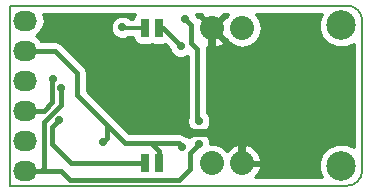
<source format=gbr>
G04 #@! TF.FileFunction,Copper,L2,Bot,Signal*
%FSLAX46Y46*%
G04 Gerber Fmt 4.6, Leading zero omitted, Abs format (unit mm)*
G04 Created by KiCad (PCBNEW 4.0.4-stable) date 02/22/17 18:27:42*
%MOMM*%
%LPD*%
G01*
G04 APERTURE LIST*
%ADD10C,0.100000*%
%ADD11C,0.150000*%
%ADD12C,2.500000*%
%ADD13R,0.762000X1.524000*%
%ADD14C,2.032000*%
%ADD15O,2.032000X2.032000*%
%ADD16O,2.032000X1.727200*%
%ADD17C,0.700000*%
%ADD18C,1.000000*%
%ADD19C,0.304800*%
%ADD20C,0.635000*%
%ADD21C,0.381000*%
%ADD22C,0.254000*%
G04 APERTURE END LIST*
D10*
D11*
X163830000Y-70485000D02*
X135255000Y-70485000D01*
X165100000Y-69215000D02*
X165100000Y-56515000D01*
X163830000Y-55245000D02*
X137160000Y-55245000D01*
X165100000Y-56515000D02*
G75*
G03X163830000Y-55245000I-1270000J0D01*
G01*
X163830000Y-70485000D02*
G75*
G03X165100000Y-69215000I0J1270000D01*
G01*
X137160000Y-55245000D02*
X135255000Y-55245000D01*
X135255000Y-55245000D02*
X135255000Y-70485000D01*
D12*
X163322000Y-56896000D03*
X163322000Y-68834000D03*
D13*
X146720000Y-68580000D03*
X147920000Y-68580000D03*
X147920000Y-57150000D03*
X146720000Y-57150000D03*
D14*
X152400000Y-57150000D03*
D15*
X154940000Y-57150000D03*
D14*
X152400000Y-68580000D03*
D15*
X154940000Y-68580000D03*
D16*
X136525000Y-69215000D03*
X136525000Y-66675000D03*
X136525000Y-64135000D03*
X136525000Y-61595000D03*
X136525000Y-59055000D03*
X136525000Y-56515000D03*
D17*
X143192500Y-62865000D03*
D18*
X155067000Y-63817500D03*
X150431500Y-66040000D03*
D17*
X139446000Y-64897000D03*
X149860000Y-67183000D03*
X143129000Y-66802000D03*
X149733000Y-58674000D03*
X144780000Y-57086500D03*
X151257000Y-65024000D03*
X151257000Y-66929000D03*
X150114000Y-56388000D03*
X139573000Y-62230000D03*
X138938000Y-61468000D03*
D19*
X150431500Y-66040000D02*
X150431500Y-65849500D01*
D20*
X145351500Y-65024000D02*
X143192500Y-62865000D01*
X149606000Y-65024000D02*
X145351500Y-65024000D01*
X150431500Y-65849500D02*
X149606000Y-65024000D01*
X152400000Y-61150500D02*
X152400000Y-57150000D01*
X155067000Y-63817500D02*
X152400000Y-61150500D01*
X154940000Y-68580000D02*
X154940000Y-66865500D01*
X154114500Y-66040000D02*
X150431500Y-66040000D01*
X154940000Y-66865500D02*
X154114500Y-66040000D01*
D21*
X139446000Y-64897000D02*
X138811000Y-65532000D01*
X138811000Y-66929000D02*
X139319000Y-67437000D01*
X138811000Y-65532000D02*
X138811000Y-66929000D01*
D19*
X139065000Y-65278000D02*
X139446000Y-64897000D01*
D21*
X142367000Y-68580000D02*
X140462000Y-68580000D01*
X140462000Y-68580000D02*
X139319000Y-67437000D01*
X146720000Y-68580000D02*
X143383000Y-68580000D01*
X142367000Y-68580000D02*
X143383000Y-68580000D01*
D19*
X139319000Y-67437000D02*
X139065000Y-67183000D01*
D21*
X149860000Y-67183000D02*
X149542500Y-66865500D01*
X149542500Y-66865500D02*
X147193000Y-66865500D01*
X138176000Y-59055000D02*
X139065000Y-59055000D01*
X139065000Y-59055000D02*
X140970000Y-60960000D01*
X140970000Y-60960000D02*
X140970000Y-62801500D01*
X138176000Y-59055000D02*
X136525000Y-59055000D01*
D19*
X137160000Y-59055000D02*
X138176000Y-59055000D01*
D21*
X143129000Y-66802000D02*
X143510000Y-66421000D01*
X143510000Y-66421000D02*
X143510000Y-65341500D01*
X147920000Y-67592500D02*
X147920000Y-68580000D01*
X147193000Y-66865500D02*
X147920000Y-67592500D01*
X145034000Y-66865500D02*
X147193000Y-66865500D01*
X140970000Y-62801500D02*
X143510000Y-65341500D01*
X143510000Y-65341500D02*
X145034000Y-66865500D01*
D19*
X147920000Y-68227500D02*
X147920000Y-68580000D01*
D21*
X149733000Y-58674000D02*
X148209000Y-57150000D01*
X148209000Y-57150000D02*
X147920000Y-57150000D01*
D19*
X144843500Y-57150000D02*
X146720000Y-57150000D01*
X144780000Y-57086500D02*
X144843500Y-57150000D01*
D21*
X139573000Y-69215000D02*
X140335000Y-69977000D01*
X140335000Y-69977000D02*
X149606000Y-69977000D01*
X149606000Y-69977000D02*
X150495000Y-69088000D01*
X150495000Y-69088000D02*
X150495000Y-67691000D01*
X150495000Y-67691000D02*
X151257000Y-66929000D01*
X136525000Y-69215000D02*
X139573000Y-69215000D01*
X150622000Y-56896000D02*
X150114000Y-56388000D01*
X150622000Y-58420000D02*
X150622000Y-56896000D01*
X151130000Y-58928000D02*
X150622000Y-58420000D01*
X151130000Y-64897000D02*
X151130000Y-58928000D01*
D19*
X151257000Y-65024000D02*
X151130000Y-64897000D01*
D21*
X139573000Y-63119000D02*
X139573000Y-63690500D01*
X139573000Y-62230000D02*
X139573000Y-63119000D01*
D19*
X138176000Y-69024500D02*
X137985500Y-69215000D01*
D21*
X138176000Y-65087500D02*
X138176000Y-69024500D01*
X139573000Y-63690500D02*
X138176000Y-65087500D01*
D19*
X137985500Y-69215000D02*
X137160000Y-69215000D01*
D21*
X137922000Y-64135000D02*
X136525000Y-64135000D01*
X138842750Y-61563250D02*
X138842750Y-63404750D01*
D19*
X138938000Y-61468000D02*
X138842750Y-61563250D01*
D21*
X138842750Y-63404750D02*
X138112500Y-64135000D01*
X138112500Y-64135000D02*
X137922000Y-64135000D01*
D19*
X137922000Y-64135000D02*
X137160000Y-64135000D01*
D22*
G36*
X151415498Y-55985893D02*
X152400000Y-56970395D01*
X153384502Y-55985893D01*
X153372925Y-55955000D01*
X153769374Y-55955000D01*
X153615785Y-56184863D01*
X153564107Y-56165498D01*
X152579605Y-57150000D01*
X153564107Y-58134502D01*
X153615785Y-58115137D01*
X153772567Y-58349778D01*
X154308190Y-58707670D01*
X154940000Y-58833345D01*
X155571810Y-58707670D01*
X156107433Y-58349778D01*
X156465325Y-57814155D01*
X156591000Y-57182345D01*
X156591000Y-57117655D01*
X156465325Y-56485845D01*
X156110626Y-55955000D01*
X161671690Y-55955000D01*
X161437328Y-56519405D01*
X161436674Y-57269305D01*
X161723043Y-57962372D01*
X162252839Y-58493093D01*
X162945405Y-58780672D01*
X163695305Y-58781326D01*
X164388372Y-58494957D01*
X164390000Y-58493332D01*
X164390000Y-67236425D01*
X163698595Y-66949328D01*
X162948695Y-66948674D01*
X162255628Y-67235043D01*
X161724907Y-67764839D01*
X161437328Y-68457405D01*
X161436674Y-69207305D01*
X161671240Y-69775000D01*
X156032787Y-69775000D01*
X156277188Y-69548379D01*
X156545983Y-68962946D01*
X156427367Y-68707000D01*
X155067000Y-68707000D01*
X155067000Y-68727000D01*
X154813000Y-68727000D01*
X154813000Y-68707000D01*
X154793000Y-68707000D01*
X154793000Y-68453000D01*
X154813000Y-68453000D01*
X154813000Y-67093164D01*
X155067000Y-67093164D01*
X155067000Y-68453000D01*
X156427367Y-68453000D01*
X156545983Y-68197054D01*
X156277188Y-67611621D01*
X155804818Y-67173615D01*
X155322944Y-66974025D01*
X155067000Y-67093164D01*
X154813000Y-67093164D01*
X154557056Y-66974025D01*
X154075182Y-67173615D01*
X153687631Y-67532973D01*
X153336437Y-67181166D01*
X152729845Y-66929287D01*
X152242000Y-66928861D01*
X152242170Y-66733931D01*
X152092529Y-66371771D01*
X151815686Y-66094445D01*
X151531390Y-65976395D01*
X151814229Y-65859529D01*
X152091555Y-65582686D01*
X152241828Y-65220788D01*
X152242170Y-64828931D01*
X152092529Y-64466771D01*
X151955500Y-64329503D01*
X151955500Y-58928000D01*
X151916451Y-58731688D01*
X152131642Y-58811816D01*
X152788019Y-58788014D01*
X153283880Y-58582622D01*
X153384502Y-58314107D01*
X152400000Y-57329605D01*
X152385858Y-57343748D01*
X152206253Y-57164143D01*
X152220395Y-57150000D01*
X151235893Y-56165498D01*
X151107169Y-56213736D01*
X151099159Y-56205726D01*
X151099170Y-56192931D01*
X151000859Y-55955000D01*
X151427075Y-55955000D01*
X151415498Y-55985893D01*
X151415498Y-55985893D01*
G37*
X151415498Y-55985893D02*
X152400000Y-56970395D01*
X153384502Y-55985893D01*
X153372925Y-55955000D01*
X153769374Y-55955000D01*
X153615785Y-56184863D01*
X153564107Y-56165498D01*
X152579605Y-57150000D01*
X153564107Y-58134502D01*
X153615785Y-58115137D01*
X153772567Y-58349778D01*
X154308190Y-58707670D01*
X154940000Y-58833345D01*
X155571810Y-58707670D01*
X156107433Y-58349778D01*
X156465325Y-57814155D01*
X156591000Y-57182345D01*
X156591000Y-57117655D01*
X156465325Y-56485845D01*
X156110626Y-55955000D01*
X161671690Y-55955000D01*
X161437328Y-56519405D01*
X161436674Y-57269305D01*
X161723043Y-57962372D01*
X162252839Y-58493093D01*
X162945405Y-58780672D01*
X163695305Y-58781326D01*
X164388372Y-58494957D01*
X164390000Y-58493332D01*
X164390000Y-67236425D01*
X163698595Y-66949328D01*
X162948695Y-66948674D01*
X162255628Y-67235043D01*
X161724907Y-67764839D01*
X161437328Y-68457405D01*
X161436674Y-69207305D01*
X161671240Y-69775000D01*
X156032787Y-69775000D01*
X156277188Y-69548379D01*
X156545983Y-68962946D01*
X156427367Y-68707000D01*
X155067000Y-68707000D01*
X155067000Y-68727000D01*
X154813000Y-68727000D01*
X154813000Y-68707000D01*
X154793000Y-68707000D01*
X154793000Y-68453000D01*
X154813000Y-68453000D01*
X154813000Y-67093164D01*
X155067000Y-67093164D01*
X155067000Y-68453000D01*
X156427367Y-68453000D01*
X156545983Y-68197054D01*
X156277188Y-67611621D01*
X155804818Y-67173615D01*
X155322944Y-66974025D01*
X155067000Y-67093164D01*
X154813000Y-67093164D01*
X154557056Y-66974025D01*
X154075182Y-67173615D01*
X153687631Y-67532973D01*
X153336437Y-67181166D01*
X152729845Y-66929287D01*
X152242000Y-66928861D01*
X152242170Y-66733931D01*
X152092529Y-66371771D01*
X151815686Y-66094445D01*
X151531390Y-65976395D01*
X151814229Y-65859529D01*
X152091555Y-65582686D01*
X152241828Y-65220788D01*
X152242170Y-64828931D01*
X152092529Y-64466771D01*
X151955500Y-64329503D01*
X151955500Y-58928000D01*
X151916451Y-58731688D01*
X152131642Y-58811816D01*
X152788019Y-58788014D01*
X153283880Y-58582622D01*
X153384502Y-58314107D01*
X152400000Y-57329605D01*
X152385858Y-57343748D01*
X152206253Y-57164143D01*
X152220395Y-57150000D01*
X151235893Y-56165498D01*
X151107169Y-56213736D01*
X151099159Y-56205726D01*
X151099170Y-56192931D01*
X151000859Y-55955000D01*
X151427075Y-55955000D01*
X151415498Y-55985893D01*
G36*
X145742569Y-56136110D02*
X145696704Y-56362600D01*
X145449148Y-56362600D01*
X145338686Y-56251945D01*
X144976788Y-56101672D01*
X144584931Y-56101330D01*
X144222771Y-56250971D01*
X143945445Y-56527814D01*
X143795172Y-56889712D01*
X143794830Y-57281569D01*
X143944471Y-57643729D01*
X144221314Y-57921055D01*
X144583212Y-58071328D01*
X144975069Y-58071670D01*
X145300028Y-57937400D01*
X145696339Y-57937400D01*
X145735838Y-58147317D01*
X145874910Y-58363441D01*
X146087110Y-58508431D01*
X146339000Y-58559440D01*
X147101000Y-58559440D01*
X147328040Y-58516719D01*
X147539000Y-58559440D01*
X148301000Y-58559440D01*
X148427251Y-58535684D01*
X148747841Y-58856274D01*
X148747830Y-58869069D01*
X148897471Y-59231229D01*
X149174314Y-59508555D01*
X149536212Y-59658828D01*
X149928069Y-59659170D01*
X150290229Y-59509529D01*
X150304500Y-59495283D01*
X150304500Y-64749357D01*
X150272172Y-64827212D01*
X150271830Y-65219069D01*
X150421471Y-65581229D01*
X150698314Y-65858555D01*
X150982610Y-65976605D01*
X150699771Y-66093471D01*
X150431497Y-66361278D01*
X150418686Y-66348445D01*
X150056788Y-66198172D01*
X150001012Y-66198123D01*
X149858406Y-66102837D01*
X149542500Y-66040000D01*
X145375933Y-66040000D01*
X144093717Y-64757783D01*
X144093714Y-64757781D01*
X141795500Y-62459566D01*
X141795500Y-60960005D01*
X141795501Y-60960000D01*
X141732663Y-60644095D01*
X141553717Y-60376283D01*
X139648717Y-58471283D01*
X139380906Y-58292337D01*
X139065000Y-58229500D01*
X137925883Y-58229500D01*
X137769415Y-57995330D01*
X137454634Y-57785000D01*
X137769415Y-57574670D01*
X138094271Y-57088489D01*
X138208345Y-56515000D01*
X138096954Y-55955000D01*
X145866316Y-55955000D01*
X145742569Y-56136110D01*
X145742569Y-56136110D01*
G37*
X145742569Y-56136110D02*
X145696704Y-56362600D01*
X145449148Y-56362600D01*
X145338686Y-56251945D01*
X144976788Y-56101672D01*
X144584931Y-56101330D01*
X144222771Y-56250971D01*
X143945445Y-56527814D01*
X143795172Y-56889712D01*
X143794830Y-57281569D01*
X143944471Y-57643729D01*
X144221314Y-57921055D01*
X144583212Y-58071328D01*
X144975069Y-58071670D01*
X145300028Y-57937400D01*
X145696339Y-57937400D01*
X145735838Y-58147317D01*
X145874910Y-58363441D01*
X146087110Y-58508431D01*
X146339000Y-58559440D01*
X147101000Y-58559440D01*
X147328040Y-58516719D01*
X147539000Y-58559440D01*
X148301000Y-58559440D01*
X148427251Y-58535684D01*
X148747841Y-58856274D01*
X148747830Y-58869069D01*
X148897471Y-59231229D01*
X149174314Y-59508555D01*
X149536212Y-59658828D01*
X149928069Y-59659170D01*
X150290229Y-59509529D01*
X150304500Y-59495283D01*
X150304500Y-64749357D01*
X150272172Y-64827212D01*
X150271830Y-65219069D01*
X150421471Y-65581229D01*
X150698314Y-65858555D01*
X150982610Y-65976605D01*
X150699771Y-66093471D01*
X150431497Y-66361278D01*
X150418686Y-66348445D01*
X150056788Y-66198172D01*
X150001012Y-66198123D01*
X149858406Y-66102837D01*
X149542500Y-66040000D01*
X145375933Y-66040000D01*
X144093717Y-64757783D01*
X144093714Y-64757781D01*
X141795500Y-62459566D01*
X141795500Y-60960005D01*
X141795501Y-60960000D01*
X141732663Y-60644095D01*
X141553717Y-60376283D01*
X139648717Y-58471283D01*
X139380906Y-58292337D01*
X139065000Y-58229500D01*
X137925883Y-58229500D01*
X137769415Y-57995330D01*
X137454634Y-57785000D01*
X137769415Y-57574670D01*
X138094271Y-57088489D01*
X138208345Y-56515000D01*
X138096954Y-55955000D01*
X145866316Y-55955000D01*
X145742569Y-56136110D01*
G36*
X136652000Y-61468000D02*
X136672000Y-61468000D01*
X136672000Y-61722000D01*
X136652000Y-61722000D01*
X136652000Y-61742000D01*
X136398000Y-61742000D01*
X136398000Y-61722000D01*
X136378000Y-61722000D01*
X136378000Y-61468000D01*
X136398000Y-61468000D01*
X136398000Y-61448000D01*
X136652000Y-61448000D01*
X136652000Y-61468000D01*
X136652000Y-61468000D01*
G37*
X136652000Y-61468000D02*
X136672000Y-61468000D01*
X136672000Y-61722000D01*
X136652000Y-61722000D01*
X136652000Y-61742000D01*
X136398000Y-61742000D01*
X136398000Y-61722000D01*
X136378000Y-61722000D01*
X136378000Y-61468000D01*
X136398000Y-61468000D01*
X136398000Y-61448000D01*
X136652000Y-61448000D01*
X136652000Y-61468000D01*
M02*

</source>
